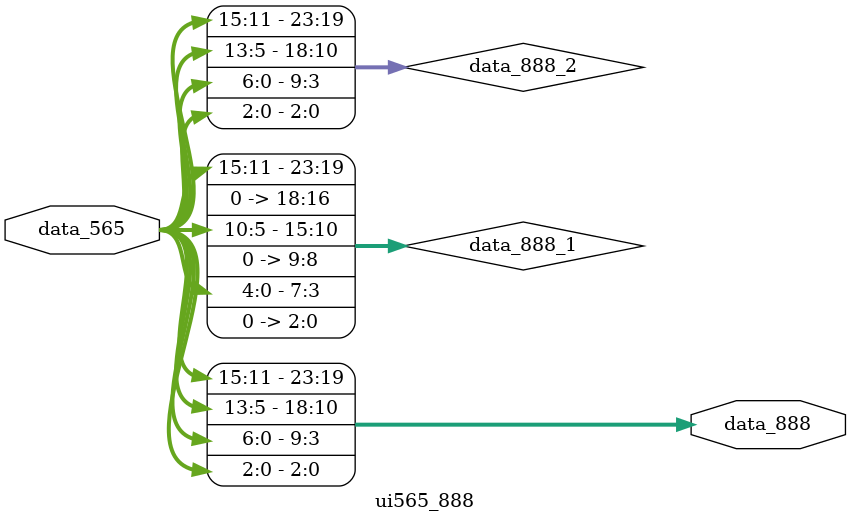
<source format=v>
module ui565_888 
#(
    parameter COMPLEMENT_ENABLE = 1
)(
    input   [15 : 0]            data_565,
    output  [23 : 0]            data_888
);
    
wire    [23 : 0]    data_888_1 = {data_565[15 : 11], 3'b0, data_565[10 : 5], 2'b0, data_565[4 : 0], 3'b0};
wire    [23 : 0]    data_888_2 = {data_565[15 : 11], data_565[13 : 11], data_565[10 : 5], data_565[6 : 5], data_565[4 : 0], data_565[2 : 0]};

assign data_888 = COMPLEMENT_ENABLE ? data_888_2 : data_888_1;

endmodule
</source>
